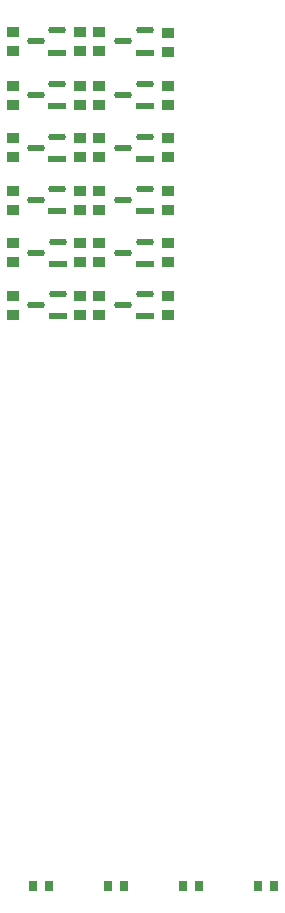
<source format=gtp>
G04*
G04 #@! TF.GenerationSoftware,Altium Limited,Altium Designer,21.0.9 (235)*
G04*
G04 Layer_Color=8421504*
%FSLAX44Y44*%
%MOMM*%
G71*
G04*
G04 #@! TF.SameCoordinates,B04B5628-BEB7-489B-AFC1-9DCA5A1A145D*
G04*
G04*
G04 #@! TF.FilePolarity,Positive*
G04*
G01*
G75*
%ADD14R,0.7000X0.9000*%
%ADD15R,1.5242X0.5780*%
G04:AMPARAMS|DCode=16|XSize=1.5242mm|YSize=0.578mm|CornerRadius=0.289mm|HoleSize=0mm|Usage=FLASHONLY|Rotation=180.000|XOffset=0mm|YOffset=0mm|HoleType=Round|Shape=RoundedRectangle|*
%AMROUNDEDRECTD16*
21,1,1.5242,0.0000,0,0,180.0*
21,1,0.9463,0.5780,0,0,180.0*
1,1,0.5780,-0.4731,0.0000*
1,1,0.5780,0.4731,0.0000*
1,1,0.5780,0.4731,0.0000*
1,1,0.5780,-0.4731,0.0000*
%
%ADD16ROUNDEDRECTD16*%
%ADD17R,1.0000X0.9000*%
D14*
X-759156Y-992180D02*
D03*
X-773156D02*
D03*
X-709656D02*
D03*
X-695656D02*
D03*
X-646410D02*
D03*
X-632410D02*
D03*
X-582910D02*
D03*
X-568910D02*
D03*
D15*
X-678314Y-510044D02*
D03*
Y-465594D02*
D03*
X-751974D02*
D03*
X-678497Y-286616D02*
D03*
X-752581D02*
D03*
X-678497Y-332244D02*
D03*
X-752581D02*
D03*
X-678314Y-421144D02*
D03*
X-752369D02*
D03*
X-678314Y-376694D02*
D03*
X-752369D02*
D03*
X-751974Y-510044D02*
D03*
D16*
X-678314Y-491044D02*
D03*
X-696518Y-500544D02*
D03*
Y-456094D02*
D03*
X-678314Y-446594D02*
D03*
X-770178Y-456094D02*
D03*
X-751974Y-446594D02*
D03*
X-696701Y-277116D02*
D03*
X-678497Y-267616D02*
D03*
X-770784Y-277116D02*
D03*
X-752581Y-267616D02*
D03*
X-696701Y-322744D02*
D03*
X-678497Y-313244D02*
D03*
X-770784Y-322744D02*
D03*
X-752581Y-313244D02*
D03*
X-696518Y-411644D02*
D03*
X-678314Y-402144D02*
D03*
X-770572Y-411644D02*
D03*
X-752369Y-402144D02*
D03*
X-696518Y-367194D02*
D03*
X-678314Y-357694D02*
D03*
X-770572Y-367194D02*
D03*
X-752369Y-357694D02*
D03*
X-770178Y-500544D02*
D03*
X-751974Y-491044D02*
D03*
D17*
X-659024Y-492544D02*
D03*
Y-508544D02*
D03*
Y-464094D02*
D03*
Y-448094D02*
D03*
X-733136Y-464094D02*
D03*
Y-448094D02*
D03*
X-790286Y-448094D02*
D03*
Y-464094D02*
D03*
X-716894Y-448094D02*
D03*
Y-464094D02*
D03*
X-790286Y-269116D02*
D03*
Y-285116D02*
D03*
X-716894Y-269116D02*
D03*
Y-285116D02*
D03*
X-659024Y-285776D02*
D03*
Y-269776D02*
D03*
X-733136Y-285116D02*
D03*
Y-269116D02*
D03*
X-716894Y-314744D02*
D03*
Y-330744D02*
D03*
X-790286Y-314744D02*
D03*
Y-330744D02*
D03*
X-659024Y-330744D02*
D03*
Y-314744D02*
D03*
X-733136Y-330744D02*
D03*
Y-314744D02*
D03*
X-716894Y-403644D02*
D03*
Y-419644D02*
D03*
X-790286Y-403644D02*
D03*
Y-419644D02*
D03*
X-716894Y-359194D02*
D03*
Y-375194D02*
D03*
X-790286Y-359194D02*
D03*
Y-375194D02*
D03*
X-659024Y-419644D02*
D03*
Y-403644D02*
D03*
X-733136Y-419644D02*
D03*
Y-403644D02*
D03*
X-659024Y-375194D02*
D03*
Y-359194D02*
D03*
X-733136Y-375194D02*
D03*
Y-359194D02*
D03*
X-716894Y-492544D02*
D03*
Y-508544D02*
D03*
X-790286Y-492544D02*
D03*
Y-508544D02*
D03*
X-733136Y-508544D02*
D03*
Y-492544D02*
D03*
M02*

</source>
